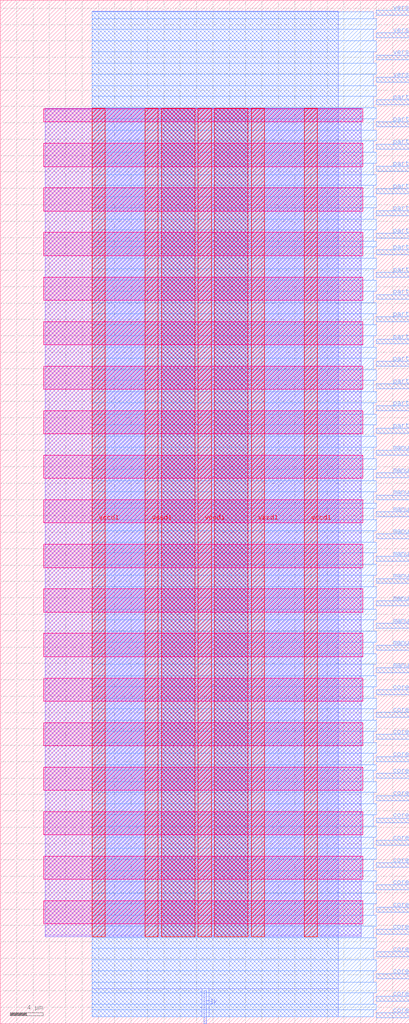
<source format=lef>
VERSION 5.7 ;
  NOWIREEXTENSIONATPIN ON ;
  DIVIDERCHAR "/" ;
  BUSBITCHARS "[]" ;
MACRO Configuration
  CLASS BLOCK ;
  FOREIGN Configuration ;
  ORIGIN 0.000 0.000 ;
  SIZE 50.000 BY 125.000 ;
  PIN clk
    DIRECTION INPUT ;
    USE SIGNAL ;
    PORT
      LAYER met2 ;
        RECT 24.930 0.000 25.210 4.000 ;
    END
  END clk
  PIN core0Index[0]
    DIRECTION OUTPUT TRISTATE ;
    USE SIGNAL ;
    PORT
      LAYER met3 ;
        RECT 46.000 0.720 50.000 1.320 ;
    END
  END core0Index[0]
  PIN core0Index[1]
    DIRECTION OUTPUT TRISTATE ;
    USE SIGNAL ;
    PORT
      LAYER met3 ;
        RECT 46.000 2.760 50.000 3.360 ;
    END
  END core0Index[1]
  PIN core0Index[2]
    DIRECTION OUTPUT TRISTATE ;
    USE SIGNAL ;
    PORT
      LAYER met3 ;
        RECT 46.000 5.480 50.000 6.080 ;
    END
  END core0Index[2]
  PIN core0Index[3]
    DIRECTION OUTPUT TRISTATE ;
    USE SIGNAL ;
    PORT
      LAYER met3 ;
        RECT 46.000 8.200 50.000 8.800 ;
    END
  END core0Index[3]
  PIN core0Index[4]
    DIRECTION OUTPUT TRISTATE ;
    USE SIGNAL ;
    PORT
      LAYER met3 ;
        RECT 46.000 10.920 50.000 11.520 ;
    END
  END core0Index[4]
  PIN core0Index[5]
    DIRECTION OUTPUT TRISTATE ;
    USE SIGNAL ;
    PORT
      LAYER met3 ;
        RECT 46.000 13.640 50.000 14.240 ;
    END
  END core0Index[5]
  PIN core0Index[6]
    DIRECTION OUTPUT TRISTATE ;
    USE SIGNAL ;
    PORT
      LAYER met3 ;
        RECT 46.000 16.360 50.000 16.960 ;
    END
  END core0Index[6]
  PIN core0Index[7]
    DIRECTION OUTPUT TRISTATE ;
    USE SIGNAL ;
    PORT
      LAYER met3 ;
        RECT 46.000 19.080 50.000 19.680 ;
    END
  END core0Index[7]
  PIN core1Index[0]
    DIRECTION OUTPUT TRISTATE ;
    USE SIGNAL ;
    PORT
      LAYER met3 ;
        RECT 46.000 21.800 50.000 22.400 ;
    END
  END core1Index[0]
  PIN core1Index[1]
    DIRECTION OUTPUT TRISTATE ;
    USE SIGNAL ;
    PORT
      LAYER met3 ;
        RECT 46.000 24.520 50.000 25.120 ;
    END
  END core1Index[1]
  PIN core1Index[2]
    DIRECTION OUTPUT TRISTATE ;
    USE SIGNAL ;
    PORT
      LAYER met3 ;
        RECT 46.000 27.240 50.000 27.840 ;
    END
  END core1Index[2]
  PIN core1Index[3]
    DIRECTION OUTPUT TRISTATE ;
    USE SIGNAL ;
    PORT
      LAYER met3 ;
        RECT 46.000 29.960 50.000 30.560 ;
    END
  END core1Index[3]
  PIN core1Index[4]
    DIRECTION OUTPUT TRISTATE ;
    USE SIGNAL ;
    PORT
      LAYER met3 ;
        RECT 46.000 32.000 50.000 32.600 ;
    END
  END core1Index[4]
  PIN core1Index[5]
    DIRECTION OUTPUT TRISTATE ;
    USE SIGNAL ;
    PORT
      LAYER met3 ;
        RECT 46.000 34.720 50.000 35.320 ;
    END
  END core1Index[5]
  PIN core1Index[6]
    DIRECTION OUTPUT TRISTATE ;
    USE SIGNAL ;
    PORT
      LAYER met3 ;
        RECT 46.000 37.440 50.000 38.040 ;
    END
  END core1Index[6]
  PIN core1Index[7]
    DIRECTION OUTPUT TRISTATE ;
    USE SIGNAL ;
    PORT
      LAYER met3 ;
        RECT 46.000 40.160 50.000 40.760 ;
    END
  END core1Index[7]
  PIN manufacturerID[0]
    DIRECTION OUTPUT TRISTATE ;
    USE SIGNAL ;
    PORT
      LAYER met3 ;
        RECT 46.000 42.880 50.000 43.480 ;
    END
  END manufacturerID[0]
  PIN manufacturerID[10]
    DIRECTION OUTPUT TRISTATE ;
    USE SIGNAL ;
    PORT
      LAYER met3 ;
        RECT 46.000 69.400 50.000 70.000 ;
    END
  END manufacturerID[10]
  PIN manufacturerID[1]
    DIRECTION OUTPUT TRISTATE ;
    USE SIGNAL ;
    PORT
      LAYER met3 ;
        RECT 46.000 45.600 50.000 46.200 ;
    END
  END manufacturerID[1]
  PIN manufacturerID[2]
    DIRECTION OUTPUT TRISTATE ;
    USE SIGNAL ;
    PORT
      LAYER met3 ;
        RECT 46.000 48.320 50.000 48.920 ;
    END
  END manufacturerID[2]
  PIN manufacturerID[3]
    DIRECTION OUTPUT TRISTATE ;
    USE SIGNAL ;
    PORT
      LAYER met3 ;
        RECT 46.000 51.040 50.000 51.640 ;
    END
  END manufacturerID[3]
  PIN manufacturerID[4]
    DIRECTION OUTPUT TRISTATE ;
    USE SIGNAL ;
    PORT
      LAYER met3 ;
        RECT 46.000 53.760 50.000 54.360 ;
    END
  END manufacturerID[4]
  PIN manufacturerID[5]
    DIRECTION OUTPUT TRISTATE ;
    USE SIGNAL ;
    PORT
      LAYER met3 ;
        RECT 46.000 56.480 50.000 57.080 ;
    END
  END manufacturerID[5]
  PIN manufacturerID[6]
    DIRECTION OUTPUT TRISTATE ;
    USE SIGNAL ;
    PORT
      LAYER met3 ;
        RECT 46.000 59.200 50.000 59.800 ;
    END
  END manufacturerID[6]
  PIN manufacturerID[7]
    DIRECTION OUTPUT TRISTATE ;
    USE SIGNAL ;
    PORT
      LAYER met3 ;
        RECT 46.000 61.920 50.000 62.520 ;
    END
  END manufacturerID[7]
  PIN manufacturerID[8]
    DIRECTION OUTPUT TRISTATE ;
    USE SIGNAL ;
    PORT
      LAYER met3 ;
        RECT 46.000 63.960 50.000 64.560 ;
    END
  END manufacturerID[8]
  PIN manufacturerID[9]
    DIRECTION OUTPUT TRISTATE ;
    USE SIGNAL ;
    PORT
      LAYER met3 ;
        RECT 46.000 66.680 50.000 67.280 ;
    END
  END manufacturerID[9]
  PIN partID[0]
    DIRECTION OUTPUT TRISTATE ;
    USE SIGNAL ;
    PORT
      LAYER met3 ;
        RECT 46.000 72.120 50.000 72.720 ;
    END
  END partID[0]
  PIN partID[10]
    DIRECTION OUTPUT TRISTATE ;
    USE SIGNAL ;
    PORT
      LAYER met3 ;
        RECT 46.000 98.640 50.000 99.240 ;
    END
  END partID[10]
  PIN partID[11]
    DIRECTION OUTPUT TRISTATE ;
    USE SIGNAL ;
    PORT
      LAYER met3 ;
        RECT 46.000 101.360 50.000 101.960 ;
    END
  END partID[11]
  PIN partID[12]
    DIRECTION OUTPUT TRISTATE ;
    USE SIGNAL ;
    PORT
      LAYER met3 ;
        RECT 46.000 104.080 50.000 104.680 ;
    END
  END partID[12]
  PIN partID[13]
    DIRECTION OUTPUT TRISTATE ;
    USE SIGNAL ;
    PORT
      LAYER met3 ;
        RECT 46.000 106.800 50.000 107.400 ;
    END
  END partID[13]
  PIN partID[14]
    DIRECTION OUTPUT TRISTATE ;
    USE SIGNAL ;
    PORT
      LAYER met3 ;
        RECT 46.000 109.520 50.000 110.120 ;
    END
  END partID[14]
  PIN partID[15]
    DIRECTION OUTPUT TRISTATE ;
    USE SIGNAL ;
    PORT
      LAYER met3 ;
        RECT 46.000 112.240 50.000 112.840 ;
    END
  END partID[15]
  PIN partID[1]
    DIRECTION OUTPUT TRISTATE ;
    USE SIGNAL ;
    PORT
      LAYER met3 ;
        RECT 46.000 74.840 50.000 75.440 ;
    END
  END partID[1]
  PIN partID[2]
    DIRECTION OUTPUT TRISTATE ;
    USE SIGNAL ;
    PORT
      LAYER met3 ;
        RECT 46.000 77.560 50.000 78.160 ;
    END
  END partID[2]
  PIN partID[3]
    DIRECTION OUTPUT TRISTATE ;
    USE SIGNAL ;
    PORT
      LAYER met3 ;
        RECT 46.000 80.280 50.000 80.880 ;
    END
  END partID[3]
  PIN partID[4]
    DIRECTION OUTPUT TRISTATE ;
    USE SIGNAL ;
    PORT
      LAYER met3 ;
        RECT 46.000 83.000 50.000 83.600 ;
    END
  END partID[4]
  PIN partID[5]
    DIRECTION OUTPUT TRISTATE ;
    USE SIGNAL ;
    PORT
      LAYER met3 ;
        RECT 46.000 85.720 50.000 86.320 ;
    END
  END partID[5]
  PIN partID[6]
    DIRECTION OUTPUT TRISTATE ;
    USE SIGNAL ;
    PORT
      LAYER met3 ;
        RECT 46.000 88.440 50.000 89.040 ;
    END
  END partID[6]
  PIN partID[7]
    DIRECTION OUTPUT TRISTATE ;
    USE SIGNAL ;
    PORT
      LAYER met3 ;
        RECT 46.000 91.160 50.000 91.760 ;
    END
  END partID[7]
  PIN partID[8]
    DIRECTION OUTPUT TRISTATE ;
    USE SIGNAL ;
    PORT
      LAYER met3 ;
        RECT 46.000 93.880 50.000 94.480 ;
    END
  END partID[8]
  PIN partID[9]
    DIRECTION OUTPUT TRISTATE ;
    USE SIGNAL ;
    PORT
      LAYER met3 ;
        RECT 46.000 95.920 50.000 96.520 ;
    END
  END partID[9]
  PIN vccd1
    DIRECTION INPUT ;
    USE POWER ;
    PORT
      LAYER met4 ;
        RECT 11.210 10.640 12.810 111.760 ;
    END
    PORT
      LAYER met4 ;
        RECT 24.200 10.640 25.800 111.760 ;
    END
    PORT
      LAYER met4 ;
        RECT 37.185 10.640 38.785 111.760 ;
    END
  END vccd1
  PIN versionID[0]
    DIRECTION OUTPUT TRISTATE ;
    USE SIGNAL ;
    PORT
      LAYER met3 ;
        RECT 46.000 114.960 50.000 115.560 ;
    END
  END versionID[0]
  PIN versionID[1]
    DIRECTION OUTPUT TRISTATE ;
    USE SIGNAL ;
    PORT
      LAYER met3 ;
        RECT 46.000 117.680 50.000 118.280 ;
    END
  END versionID[1]
  PIN versionID[2]
    DIRECTION OUTPUT TRISTATE ;
    USE SIGNAL ;
    PORT
      LAYER met3 ;
        RECT 46.000 120.400 50.000 121.000 ;
    END
  END versionID[2]
  PIN versionID[3]
    DIRECTION OUTPUT TRISTATE ;
    USE SIGNAL ;
    PORT
      LAYER met3 ;
        RECT 46.000 123.120 50.000 123.720 ;
    END
  END versionID[3]
  PIN vssd1
    DIRECTION INPUT ;
    USE GROUND ;
    PORT
      LAYER met4 ;
        RECT 17.710 10.640 19.310 111.760 ;
    END
    PORT
      LAYER met4 ;
        RECT 30.695 10.640 32.295 111.760 ;
    END
  END vssd1
  OBS
      LAYER nwell ;
        RECT 5.330 110.105 44.350 111.710 ;
        RECT 5.330 104.665 44.350 107.495 ;
        RECT 5.330 99.225 44.350 102.055 ;
        RECT 5.330 93.785 44.350 96.615 ;
        RECT 5.330 88.345 44.350 91.175 ;
        RECT 5.330 82.905 44.350 85.735 ;
        RECT 5.330 77.465 44.350 80.295 ;
        RECT 5.330 72.025 44.350 74.855 ;
        RECT 5.330 66.585 44.350 69.415 ;
        RECT 5.330 61.145 44.350 63.975 ;
        RECT 5.330 55.705 44.350 58.535 ;
        RECT 5.330 50.265 44.350 53.095 ;
        RECT 5.330 44.825 44.350 47.655 ;
        RECT 5.330 39.385 44.350 42.215 ;
        RECT 5.330 33.945 44.350 36.775 ;
        RECT 5.330 28.505 44.350 31.335 ;
        RECT 5.330 23.065 44.350 25.895 ;
        RECT 5.330 17.625 44.350 20.455 ;
        RECT 5.330 12.185 44.350 15.015 ;
      LAYER li1 ;
        RECT 5.520 10.795 44.160 111.605 ;
      LAYER met1 ;
        RECT 5.520 10.640 44.160 111.760 ;
      LAYER met2 ;
        RECT 11.240 4.280 41.310 123.605 ;
        RECT 11.240 0.835 24.650 4.280 ;
        RECT 25.490 0.835 41.310 4.280 ;
      LAYER met3 ;
        RECT 11.210 122.720 45.600 123.585 ;
        RECT 11.210 121.400 46.000 122.720 ;
        RECT 11.210 120.000 45.600 121.400 ;
        RECT 11.210 118.680 46.000 120.000 ;
        RECT 11.210 117.280 45.600 118.680 ;
        RECT 11.210 115.960 46.000 117.280 ;
        RECT 11.210 114.560 45.600 115.960 ;
        RECT 11.210 113.240 46.000 114.560 ;
        RECT 11.210 111.840 45.600 113.240 ;
        RECT 11.210 110.520 46.000 111.840 ;
        RECT 11.210 109.120 45.600 110.520 ;
        RECT 11.210 107.800 46.000 109.120 ;
        RECT 11.210 106.400 45.600 107.800 ;
        RECT 11.210 105.080 46.000 106.400 ;
        RECT 11.210 103.680 45.600 105.080 ;
        RECT 11.210 102.360 46.000 103.680 ;
        RECT 11.210 100.960 45.600 102.360 ;
        RECT 11.210 99.640 46.000 100.960 ;
        RECT 11.210 98.240 45.600 99.640 ;
        RECT 11.210 96.920 46.000 98.240 ;
        RECT 11.210 95.520 45.600 96.920 ;
        RECT 11.210 94.880 46.000 95.520 ;
        RECT 11.210 93.480 45.600 94.880 ;
        RECT 11.210 92.160 46.000 93.480 ;
        RECT 11.210 90.760 45.600 92.160 ;
        RECT 11.210 89.440 46.000 90.760 ;
        RECT 11.210 88.040 45.600 89.440 ;
        RECT 11.210 86.720 46.000 88.040 ;
        RECT 11.210 85.320 45.600 86.720 ;
        RECT 11.210 84.000 46.000 85.320 ;
        RECT 11.210 82.600 45.600 84.000 ;
        RECT 11.210 81.280 46.000 82.600 ;
        RECT 11.210 79.880 45.600 81.280 ;
        RECT 11.210 78.560 46.000 79.880 ;
        RECT 11.210 77.160 45.600 78.560 ;
        RECT 11.210 75.840 46.000 77.160 ;
        RECT 11.210 74.440 45.600 75.840 ;
        RECT 11.210 73.120 46.000 74.440 ;
        RECT 11.210 71.720 45.600 73.120 ;
        RECT 11.210 70.400 46.000 71.720 ;
        RECT 11.210 69.000 45.600 70.400 ;
        RECT 11.210 67.680 46.000 69.000 ;
        RECT 11.210 66.280 45.600 67.680 ;
        RECT 11.210 64.960 46.000 66.280 ;
        RECT 11.210 63.560 45.600 64.960 ;
        RECT 11.210 62.920 46.000 63.560 ;
        RECT 11.210 61.520 45.600 62.920 ;
        RECT 11.210 60.200 46.000 61.520 ;
        RECT 11.210 58.800 45.600 60.200 ;
        RECT 11.210 57.480 46.000 58.800 ;
        RECT 11.210 56.080 45.600 57.480 ;
        RECT 11.210 54.760 46.000 56.080 ;
        RECT 11.210 53.360 45.600 54.760 ;
        RECT 11.210 52.040 46.000 53.360 ;
        RECT 11.210 50.640 45.600 52.040 ;
        RECT 11.210 49.320 46.000 50.640 ;
        RECT 11.210 47.920 45.600 49.320 ;
        RECT 11.210 46.600 46.000 47.920 ;
        RECT 11.210 45.200 45.600 46.600 ;
        RECT 11.210 43.880 46.000 45.200 ;
        RECT 11.210 42.480 45.600 43.880 ;
        RECT 11.210 41.160 46.000 42.480 ;
        RECT 11.210 39.760 45.600 41.160 ;
        RECT 11.210 38.440 46.000 39.760 ;
        RECT 11.210 37.040 45.600 38.440 ;
        RECT 11.210 35.720 46.000 37.040 ;
        RECT 11.210 34.320 45.600 35.720 ;
        RECT 11.210 33.000 46.000 34.320 ;
        RECT 11.210 31.600 45.600 33.000 ;
        RECT 11.210 30.960 46.000 31.600 ;
        RECT 11.210 29.560 45.600 30.960 ;
        RECT 11.210 28.240 46.000 29.560 ;
        RECT 11.210 26.840 45.600 28.240 ;
        RECT 11.210 25.520 46.000 26.840 ;
        RECT 11.210 24.120 45.600 25.520 ;
        RECT 11.210 22.800 46.000 24.120 ;
        RECT 11.210 21.400 45.600 22.800 ;
        RECT 11.210 20.080 46.000 21.400 ;
        RECT 11.210 18.680 45.600 20.080 ;
        RECT 11.210 17.360 46.000 18.680 ;
        RECT 11.210 15.960 45.600 17.360 ;
        RECT 11.210 14.640 46.000 15.960 ;
        RECT 11.210 13.240 45.600 14.640 ;
        RECT 11.210 11.920 46.000 13.240 ;
        RECT 11.210 10.520 45.600 11.920 ;
        RECT 11.210 9.200 46.000 10.520 ;
        RECT 11.210 7.800 45.600 9.200 ;
        RECT 11.210 6.480 46.000 7.800 ;
        RECT 11.210 5.080 45.600 6.480 ;
        RECT 11.210 3.760 46.000 5.080 ;
        RECT 11.210 2.360 45.600 3.760 ;
        RECT 11.210 1.720 46.000 2.360 ;
        RECT 11.210 0.855 45.600 1.720 ;
      LAYER met4 ;
        RECT 19.710 10.640 23.800 111.760 ;
        RECT 26.200 10.640 30.295 111.760 ;
  END
END Configuration
END LIBRARY


</source>
